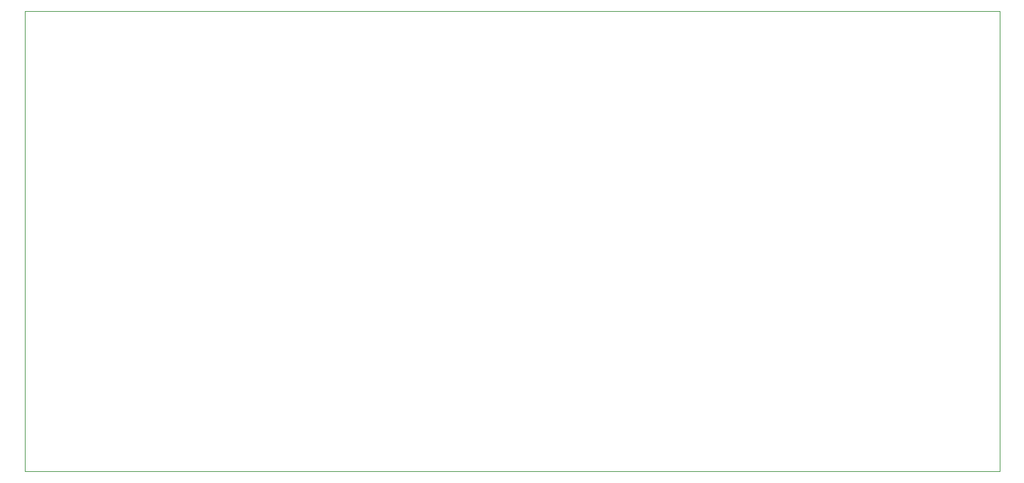
<source format=gbr>
%TF.GenerationSoftware,KiCad,Pcbnew,9.0.4*%
%TF.CreationDate,2025-12-09T22:45:37+01:00*%
%TF.ProjectId,VFO BFO Si5351,56464f20-4246-44f2-9053-69353335312e,rev?*%
%TF.SameCoordinates,Original*%
%TF.FileFunction,Profile,NP*%
%FSLAX46Y46*%
G04 Gerber Fmt 4.6, Leading zero omitted, Abs format (unit mm)*
G04 Created by KiCad (PCBNEW 9.0.4) date 2025-12-09 22:45:37*
%MOMM*%
%LPD*%
G01*
G04 APERTURE LIST*
%TA.AperFunction,Profile*%
%ADD10C,0.050000*%
%TD*%
G04 APERTURE END LIST*
D10*
X83495400Y-58989400D02*
X209495400Y-58989400D01*
X209495400Y-118489400D01*
X83495400Y-118489400D01*
X83495400Y-58989400D01*
M02*

</source>
